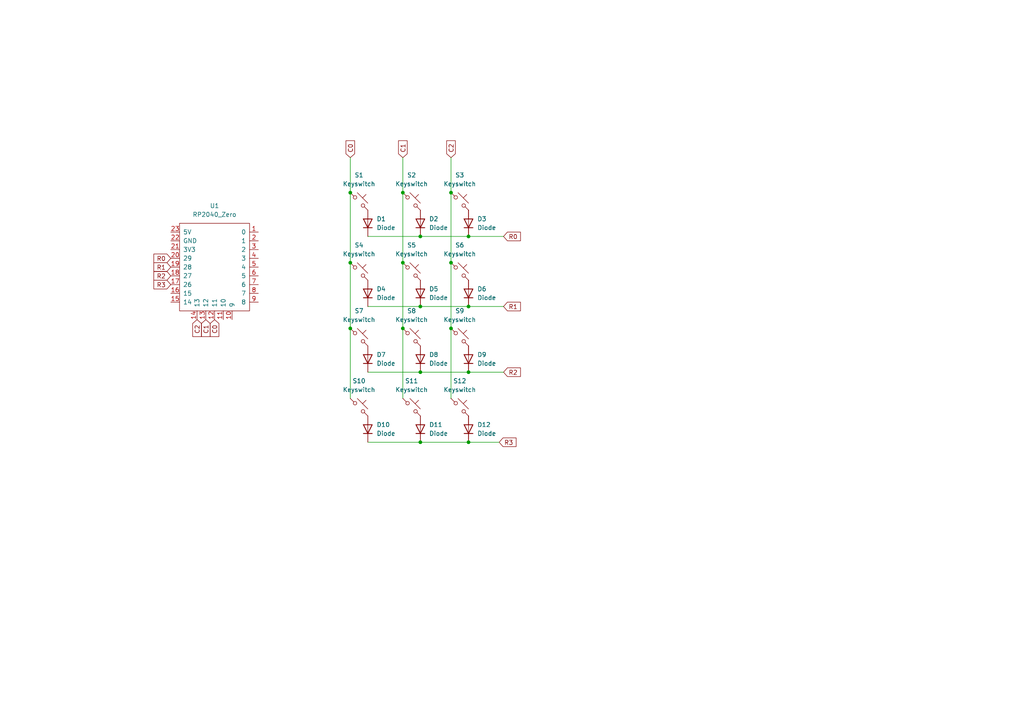
<source format=kicad_sch>
(kicad_sch (version 20250114) (generator "eeschema") (generator_version "9.0")
  (paper "A4")
  (lib_symbols
    (symbol "ScottoKeebs:MCU_RP2040_Zero" (pin_names (offset 1.016))
      (property "Reference" "U" (at 0 15.24 0))
      (property "Value" "RP2040_Zero" (at 0 12.7 0))
      (symbol "MCU_RP2040_Zero_0_1"
        (rectangle (start -10.16 11.43) (end 10.16 -13.97))
      )
      (symbol "MCU_RP2040_Zero_1_1"
        (pin power_out line (at -12.7 8.89 0) (length 2.54) (name "5V") (number "23"))
        (pin power_out line (at -12.7 6.35 0) (length 2.54) (name "GND") (number "22"))
        (pin power_out line (at -12.7 3.81 0) (length 2.54) (name "3V3") (number "21"))
        (pin bidirectional line (at -12.7 1.27 0) (length 2.54) (name "29") (number "20"))
        (pin bidirectional line (at -12.7 -1.27 0) (length 2.54) (name "28") (number "19"))
        (pin bidirectional line (at -12.7 -3.81 0) (length 2.54) (name "27") (number "18"))
        (pin bidirectional line (at -12.7 -6.35 0) (length 2.54) (name "26") (number "17"))
        (pin bidirectional line (at -12.7 -8.89 0) (length 2.54) (name "15") (number "16"))
        (pin bidirectional line (at -12.7 -11.43 0) (length 2.54) (name "14") (number "15"))
        (pin bidirectional line (at -5.08 -16.51 90) (length 2.54) (name "13") (number "14"))
        (pin bidirectional line (at -2.54 -16.51 90) (length 2.54) (name "12") (number "13"))
        (pin bidirectional line (at 0 -16.51 90) (length 2.54) (name "11") (number "12"))
        (pin bidirectional line (at 2.54 -16.51 90) (length 2.54) (name "10") (number "11"))
        (pin bidirectional line (at 5.08 -16.51 90) (length 2.54) (name "9") (number "10"))
        (pin bidirectional line (at 12.7 8.89 180) (length 2.54) (name "0") (number "1"))
        (pin bidirectional line (at 12.7 6.35 180) (length 2.54) (name "1") (number "2"))
        (pin bidirectional line (at 12.7 3.81 180) (length 2.54) (name "2") (number "3"))
        (pin bidirectional line (at 12.7 1.27 180) (length 2.54) (name "3") (number "4"))
        (pin bidirectional line (at 12.7 -1.27 180) (length 2.54) (name "4") (number "5"))
        (pin bidirectional line (at 12.7 -3.81 180) (length 2.54) (name "5") (number "6"))
        (pin bidirectional line (at 12.7 -6.35 180) (length 2.54) (name "6") (number "7"))
        (pin bidirectional line (at 12.7 -8.89 180) (length 2.54) (name "7") (number "8"))
        (pin bidirectional line (at 12.7 -11.43 180) (length 2.54) (name "8") (number "9"))
      )
    )
    (symbol "ScottoKeebs:Placeholder_Diode" (pin_numbers (hide yes)) (pin_names (hide yes))
      (property "Reference" "D" (at 0 2.54 0))
      (property "Value" "Diode" (at 0 -2.54 0))
      (symbol "Placeholder_Diode_0_1"
        (polyline (pts (xy -1.27 1.27) (xy -1.27 -1.27)) (stroke (width 0.254)))
        (polyline (pts (xy 1.27 1.27) (xy 1.27 -1.27) (xy -1.27 0) (xy 1.27 1.27)) (stroke (width 0.254)))
        (polyline (pts (xy 1.27 0) (xy -1.27 0)))
      )
      (symbol "Placeholder_Diode_1_1"
        (pin passive line (at -3.81 0 0) (length 2.54) (name "K") (number "1"))
        (pin passive line (at 3.81 0 180) (length 2.54) (name "A") (number "2"))
      )
    )
    (symbol "ScottoKeebs:Placeholder_Keyswitch" (pin_numbers (hide yes)) (pin_names (offset 1.016) (hide yes))
      (property "Reference" "S" (at 3.048 1.016 0))
      (property "Value" "Keyswitch" (at 0 -3.81 0))
      (symbol "Placeholder_Keyswitch_0_1"
        (polyline (pts (xy -2.54 2.54) (xy -1.524 1.524) (xy -1.524 1.524)))
        (circle (center -1.1684 1.1684) (radius 0.508))
        (polyline (pts (xy -0.508 2.54) (xy 2.54 -0.508)))
        (polyline (pts (xy 1.016 1.016) (xy 2.032 2.032)))
        (circle (center 1.143 -1.1938) (radius 0.508))
        (polyline (pts (xy 1.524 -1.524) (xy 2.54 -2.54) (xy 2.54 -2.54) (xy 2.54 -2.54)))
        (pin passive line (at -2.54 2.54 0) (length 0) (name "1") (number "1"))
        (pin passive line (at 2.54 -2.54 180) (length 0) (name "2") (number "2"))
      )
    )
  )
  (junction (at 130.81 55.88))
  (junction (at 101.6 76.2))
  (junction (at 121.92 128.27))
  (junction (at 101.6 95.25))
  (junction (at 130.81 76.2))
  (junction (at 116.84 95.25))
  (junction (at 130.81 95.25))
  (junction (at 135.89 128.27))
  (junction (at 116.84 55.88))
  (junction (at 121.92 68.58))
  (junction (at 121.92 88.9))
  (junction (at 135.89 88.9))
  (junction (at 116.84 76.2))
  (junction (at 135.89 68.58))
  (junction (at 101.6 55.88))
  (junction (at 135.89 107.95))
  (junction (at 121.92 107.95))
  (wire (pts (xy 101.6 76.2) (xy 101.6 95.25)))
  (wire (pts (xy 130.81 76.2) (xy 130.81 95.25)))
  (wire (pts (xy 116.84 45.72) (xy 116.84 55.88)))
  (wire (pts (xy 144.78 128.27) (xy 135.89 128.27)))
  (wire (pts (xy 106.68 68.58) (xy 121.92 68.58)))
  (wire (pts (xy 130.81 45.72) (xy 130.81 55.88)))
  (wire (pts (xy 116.84 55.88) (xy 116.84 76.2)))
  (wire (pts (xy 116.84 95.25) (xy 116.84 115.57)))
  (wire (pts (xy 116.84 76.2) (xy 116.84 95.25)))
  (wire (pts (xy 101.6 95.25) (xy 101.6 115.57)))
  (wire (pts (xy 130.81 55.88) (xy 130.81 76.2)))
  (wire (pts (xy 146.05 88.9) (xy 135.89 88.9)))
  (wire (pts (xy 101.6 45.72) (xy 101.6 55.88)))
  (wire (pts (xy 121.92 68.58) (xy 135.89 68.58)))
  (wire (pts (xy 130.81 95.25) (xy 130.81 115.57)))
  (wire (pts (xy 121.92 128.27) (xy 135.89 128.27)))
  (wire (pts (xy 106.68 107.95) (xy 121.92 107.95)))
  (wire (pts (xy 146.05 68.58) (xy 135.89 68.58)))
  (wire (pts (xy 106.68 128.27) (xy 121.92 128.27)))
  (wire (pts (xy 121.92 88.9) (xy 135.89 88.9)))
  (wire (pts (xy 106.68 88.9) (xy 121.92 88.9)))
  (wire (pts (xy 146.05 107.95) (xy 135.89 107.95)))
  (wire (pts (xy 121.92 107.95) (xy 135.89 107.95)))
  (wire (pts (xy 101.6 55.88) (xy 101.6 76.2)))
  (global_label "C2" (shape input) (at 57.15 92.71 270) (property "Intersheetrefs" "${INTERSHEET_REFS}" (effects (hide yes))))
  (global_label "R0" (shape input) (at 49.53 74.93 180) (property "Intersheetrefs" "${INTERSHEET_REFS}" (effects (hide yes))))
  (global_label "R2" (shape input) (at 146.05 107.95 0) (property "Intersheetrefs" "${INTERSHEET_REFS}" (effects (hide yes))))
  (global_label "C1" (shape input) (at 116.84 45.72 90) (property "Intersheetrefs" "${INTERSHEET_REFS}" (effects (hide yes))))
  (global_label "R0" (shape input) (at 146.05 68.58 0) (property "Intersheetrefs" "${INTERSHEET_REFS}" (effects (hide yes))))
  (global_label "C2" (shape input) (at 130.81 45.72 90) (property "Intersheetrefs" "${INTERSHEET_REFS}" (effects (hide yes))))
  (global_label "C0" (shape input) (at 101.6 45.72 90) (property "Intersheetrefs" "${INTERSHEET_REFS}" (effects (hide yes))))
  (global_label "C1" (shape input) (at 59.69 92.71 270) (property "Intersheetrefs" "${INTERSHEET_REFS}" (effects (hide yes))))
  (global_label "R1" (shape input) (at 146.05 88.9 0) (property "Intersheetrefs" "${INTERSHEET_REFS}" (effects (hide yes))))
  (global_label "C0" (shape input) (at 62.23 92.71 270) (property "Intersheetrefs" "${INTERSHEET_REFS}" (effects (hide yes))))
  (global_label "R3" (shape input) (at 144.78 128.27 0) (property "Intersheetrefs" "${INTERSHEET_REFS}" (effects (hide yes))))
  (global_label "R1" (shape input) (at 49.53 77.47 180) (property "Intersheetrefs" "${INTERSHEET_REFS}" (effects (hide yes))))
  (global_label "R2" (shape input) (at 49.53 80.01 180) (property "Intersheetrefs" "${INTERSHEET_REFS}" (effects (hide yes))))
  (global_label "R3" (shape input) (at 49.53 82.55 180) (property "Intersheetrefs" "${INTERSHEET_REFS}" (effects (hide yes))))
  (symbol (lib_id "ScottoKeebs:Placeholder_Diode") (at 121.92 64.77 90) (unit 1)
    (property "Reference" "D2" (at 124.46 63.4999 90) (effects (justify right)))
    (property "Value" "Diode" (at 124.46 66.0399 90) (effects (justify right)))
    (property "Footprint" "ScottoKeebs_Components:Diode_DO-35" (effects (hide yes)))
    (property "Description" "1N4148 (DO-35) or 1N4148W (SOD-123)" (effects (hide yes)))
    (property "Sim.Device" "D" (effects (hide yes)))
    (property "Sim.Pins" "1=K 2=A" (effects (hide yes)))
  )
  (symbol (lib_id "ScottoKeebs:Placeholder_Keyswitch") (at 104.14 97.79 0) (unit 1)
    (property "Reference" "S7" (at 104.14 90.17 0))
    (property "Value" "Keyswitch" (at 104.14 92.71 0))
    (property "Footprint" "ScottoKeebs_MX:MX_PCB_1.00u" (effects (hide yes)))
    (property "Description" "Push button switch, normally open, two pins, 45° tilted" (effects (hide yes)))
  )
  (symbol (lib_id "ScottoKeebs:Placeholder_Diode") (at 135.89 104.14 90) (unit 1)
    (property "Reference" "D9" (at 138.43 102.8699 90) (effects (justify right)))
    (property "Value" "Diode" (at 138.43 105.4099 90) (effects (justify right)))
    (property "Footprint" "ScottoKeebs_Components:Diode_DO-35" (effects (hide yes)))
    (property "Description" "1N4148 (DO-35) or 1N4148W (SOD-123)" (effects (hide yes)))
    (property "Sim.Device" "D" (effects (hide yes)))
    (property "Sim.Pins" "1=K 2=A" (effects (hide yes)))
  )
  (symbol (lib_id "ScottoKeebs:Placeholder_Keyswitch") (at 133.35 58.42 0) (unit 1)
    (property "Reference" "S3" (at 133.35 50.8 0))
    (property "Value" "Keyswitch" (at 133.35 53.34 0))
    (property "Footprint" "ScottoKeebs_MX:MX_PCB_1.00u" (effects (hide yes)))
    (property "Description" "Push button switch, normally open, two pins, 45° tilted" (effects (hide yes)))
  )
  (symbol (lib_id "ScottoKeebs:Placeholder_Keyswitch") (at 119.38 78.74 0) (unit 1)
    (property "Reference" "S5" (at 119.38 71.12 0))
    (property "Value" "Keyswitch" (at 119.38 73.66 0))
    (property "Footprint" "ScottoKeebs_MX:MX_PCB_1.00u" (effects (hide yes)))
    (property "Description" "Push button switch, normally open, two pins, 45° tilted" (effects (hide yes)))
  )
  (symbol (lib_id "ScottoKeebs:Placeholder_Keyswitch") (at 119.38 58.42 0) (unit 1)
    (property "Reference" "S2" (at 119.38 50.8 0))
    (property "Value" "Keyswitch" (at 119.38 53.34 0))
    (property "Footprint" "ScottoKeebs_MX:MX_PCB_1.00u" (effects (hide yes)))
    (property "Description" "Push button switch, normally open, two pins, 45° tilted" (effects (hide yes)))
  )
  (symbol (lib_id "ScottoKeebs:Placeholder_Diode") (at 106.68 64.77 90) (unit 1)
    (property "Reference" "D1" (at 109.22 63.4999 90) (effects (justify right)))
    (property "Value" "Diode" (at 109.22 66.0399 90) (effects (justify right)))
    (property "Footprint" "ScottoKeebs_Components:Diode_DO-35" (effects (hide yes)))
    (property "Description" "1N4148 (DO-35) or 1N4148W (SOD-123)" (effects (hide yes)))
    (property "Sim.Device" "D" (effects (hide yes)))
    (property "Sim.Pins" "1=K 2=A" (effects (hide yes)))
  )
  (symbol (lib_id "ScottoKeebs:Placeholder_Keyswitch") (at 104.14 78.74 0) (unit 1)
    (property "Reference" "S4" (at 104.14 71.12 0))
    (property "Value" "Keyswitch" (at 104.14 73.66 0))
    (property "Footprint" "ScottoKeebs_MX:MX_PCB_1.00u" (effects (hide yes)))
    (property "Description" "Push button switch, normally open, two pins, 45° tilted" (effects (hide yes)))
  )
  (symbol (lib_id "ScottoKeebs:Placeholder_Diode") (at 121.92 104.14 90) (unit 1)
    (property "Reference" "D8" (at 124.46 102.8699 90) (effects (justify right)))
    (property "Value" "Diode" (at 124.46 105.4099 90) (effects (justify right)))
    (property "Footprint" "ScottoKeebs_Components:Diode_DO-35" (effects (hide yes)))
    (property "Description" "1N4148 (DO-35) or 1N4148W (SOD-123)" (effects (hide yes)))
    (property "Sim.Device" "D" (effects (hide yes)))
    (property "Sim.Pins" "1=K 2=A" (effects (hide yes)))
  )
  (symbol (lib_id "ScottoKeebs:Placeholder_Keyswitch") (at 133.35 118.11 0) (unit 1)
    (property "Reference" "S12" (at 133.35 110.49 0))
    (property "Value" "Keyswitch" (at 133.35 113.03 0))
    (property "Footprint" "ScottoKeebs_MX:MX_PCB_1.00u" (effects (hide yes)))
    (property "Description" "Push button switch, normally open, two pins, 45° tilted" (effects (hide yes)))
  )
  (symbol (lib_id "ScottoKeebs:Placeholder_Diode") (at 121.92 85.09 90) (unit 1)
    (property "Reference" "D5" (at 124.46 83.8199 90) (effects (justify right)))
    (property "Value" "Diode" (at 124.46 86.3599 90) (effects (justify right)))
    (property "Footprint" "ScottoKeebs_Components:Diode_DO-35" (effects (hide yes)))
    (property "Description" "1N4148 (DO-35) or 1N4148W (SOD-123)" (effects (hide yes)))
    (property "Sim.Device" "D" (effects (hide yes)))
    (property "Sim.Pins" "1=K 2=A" (effects (hide yes)))
  )
  (symbol (lib_id "ScottoKeebs:Placeholder_Keyswitch") (at 119.38 118.11 0) (unit 1)
    (property "Reference" "S11" (at 119.38 110.49 0))
    (property "Value" "Keyswitch" (at 119.38 113.03 0))
    (property "Footprint" "ScottoKeebs_MX:MX_PCB_1.00u" (effects (hide yes)))
    (property "Description" "Push button switch, normally open, two pins, 45° tilted" (effects (hide yes)))
  )
  (symbol (lib_id "ScottoKeebs:Placeholder_Keyswitch") (at 133.35 78.74 0) (unit 1)
    (property "Reference" "S6" (at 133.35 71.12 0))
    (property "Value" "Keyswitch" (at 133.35 73.66 0))
    (property "Footprint" "ScottoKeebs_MX:MX_PCB_1.00u" (effects (hide yes)))
    (property "Description" "Push button switch, normally open, two pins, 45° tilted" (effects (hide yes)))
  )
  (symbol (lib_id "ScottoKeebs:Placeholder_Keyswitch") (at 104.14 58.42 0) (unit 1)
    (property "Reference" "S1" (at 104.14 50.8 0))
    (property "Value" "Keyswitch" (at 104.14 53.34 0))
    (property "Footprint" "ScottoKeebs_MX:MX_PCB_1.00u" (effects (hide yes)))
    (property "Description" "Push button switch, normally open, two pins, 45° tilted" (effects (hide yes)))
  )
  (symbol (lib_id "ScottoKeebs:Placeholder_Diode") (at 135.89 85.09 90) (unit 1)
    (property "Reference" "D6" (at 138.43 83.8199 90) (effects (justify right)))
    (property "Value" "Diode" (at 138.43 86.3599 90) (effects (justify right)))
    (property "Footprint" "ScottoKeebs_Components:Diode_DO-35" (effects (hide yes)))
    (property "Description" "1N4148 (DO-35) or 1N4148W (SOD-123)" (effects (hide yes)))
    (property "Sim.Device" "D" (effects (hide yes)))
    (property "Sim.Pins" "1=K 2=A" (effects (hide yes)))
  )
  (symbol (lib_id "ScottoKeebs:Placeholder_Diode") (at 135.89 124.46 90) (unit 1)
    (property "Reference" "D12" (at 138.43 123.1899 90) (effects (justify right)))
    (property "Value" "Diode" (at 138.43 125.7299 90) (effects (justify right)))
    (property "Footprint" "ScottoKeebs_Components:Diode_DO-35" (effects (hide yes)))
    (property "Description" "1N4148 (DO-35) or 1N4148W (SOD-123)" (effects (hide yes)))
    (property "Sim.Device" "D" (effects (hide yes)))
    (property "Sim.Pins" "1=K 2=A" (effects (hide yes)))
  )
  (symbol (lib_id "ScottoKeebs:Placeholder_Diode") (at 121.92 124.46 90) (unit 1)
    (property "Reference" "D11" (at 124.46 123.1899 90) (effects (justify right)))
    (property "Value" "Diode" (at 124.46 125.7299 90) (effects (justify right)))
    (property "Footprint" "ScottoKeebs_Components:Diode_DO-35" (effects (hide yes)))
    (property "Description" "1N4148 (DO-35) or 1N4148W (SOD-123)" (effects (hide yes)))
    (property "Sim.Device" "D" (effects (hide yes)))
    (property "Sim.Pins" "1=K 2=A" (effects (hide yes)))
  )
  (symbol (lib_id "ScottoKeebs:Placeholder_Diode") (at 106.68 104.14 90) (unit 1)
    (property "Reference" "D7" (at 109.22 102.8699 90) (effects (justify right)))
    (property "Value" "Diode" (at 109.22 105.4099 90) (effects (justify right)))
    (property "Footprint" "ScottoKeebs_Components:Diode_DO-35" (effects (hide yes)))
    (property "Description" "1N4148 (DO-35) or 1N4148W (SOD-123)" (effects (hide yes)))
    (property "Sim.Device" "D" (effects (hide yes)))
    (property "Sim.Pins" "1=K 2=A" (effects (hide yes)))
  )
  (symbol (lib_id "ScottoKeebs:Placeholder_Keyswitch") (at 104.14 118.11 0) (unit 1)
    (property "Reference" "S10" (at 104.14 110.49 0))
    (property "Value" "Keyswitch" (at 104.14 113.03 0))
    (property "Footprint" "ScottoKeebs_MX:MX_PCB_1.00u" (effects (hide yes)))
    (property "Description" "Push button switch, normally open, two pins, 45° tilted" (effects (hide yes)))
  )
  (symbol (lib_id "ScottoKeebs:MCU_RP2040_Zero") (at 62.23 76.2 0) (unit 1)
    (property "Reference" "U1" (at 62.23 59.69 0))
    (property "Value" "RP2040_Zero" (at 62.23 62.23 0))
    (property "Footprint" "ScottoKeebs_MCU:RP2040_Zero" (effects (hide yes)))
  )
  (symbol (lib_id "ScottoKeebs:Placeholder_Diode") (at 135.89 64.77 90) (unit 1)
    (property "Reference" "D3" (at 138.43 63.4999 90) (effects (justify right)))
    (property "Value" "Diode" (at 138.43 66.0399 90) (effects (justify right)))
    (property "Footprint" "ScottoKeebs_Components:Diode_DO-35" (effects (hide yes)))
    (property "Description" "1N4148 (DO-35) or 1N4148W (SOD-123)" (effects (hide yes)))
    (property "Sim.Device" "D" (effects (hide yes)))
    (property "Sim.Pins" "1=K 2=A" (effects (hide yes)))
  )
  (symbol (lib_id "ScottoKeebs:Placeholder_Keyswitch") (at 133.35 97.79 0) (unit 1)
    (property "Reference" "S9" (at 133.35 90.17 0))
    (property "Value" "Keyswitch" (at 133.35 92.71 0))
    (property "Footprint" "ScottoKeebs_MX:MX_PCB_1.00u" (effects (hide yes)))
    (property "Description" "Push button switch, normally open, two pins, 45° tilted" (effects (hide yes)))
  )
  (symbol (lib_id "ScottoKeebs:Placeholder_Diode") (at 106.68 124.46 90) (unit 1)
    (property "Reference" "D10" (at 109.22 123.1899 90) (effects (justify right)))
    (property "Value" "Diode" (at 109.22 125.7299 90) (effects (justify right)))
    (property "Footprint" "ScottoKeebs_Components:Diode_DO-35" (effects (hide yes)))
    (property "Description" "1N4148 (DO-35) or 1N4148W (SOD-123)" (effects (hide yes)))
    (property "Sim.Device" "D" (effects (hide yes)))
    (property "Sim.Pins" "1=K 2=A" (effects (hide yes)))
  )
  (symbol (lib_id "ScottoKeebs:Placeholder_Keyswitch") (at 119.38 97.79 0) (unit 1)
    (property "Reference" "S8" (at 119.38 90.17 0))
    (property "Value" "Keyswitch" (at 119.38 92.71 0))
    (property "Footprint" "ScottoKeebs_MX:MX_PCB_1.00u" (effects (hide yes)))
    (property "Description" "Push button switch, normally open, two pins, 45° tilted" (effects (hide yes)))
  )
  (symbol (lib_id "ScottoKeebs:Placeholder_Diode") (at 106.68 85.09 90) (unit 1)
    (property "Reference" "D4" (at 109.22 83.8199 90) (effects (justify right)))
    (property "Value" "Diode" (at 109.22 86.3599 90) (effects (justify right)))
    (property "Footprint" "ScottoKeebs_Components:Diode_DO-35" (effects (hide yes)))
    (property "Description" "1N4148 (DO-35) or 1N4148W (SOD-123)" (effects (hide yes)))
    (property "Sim.Device" "D" (effects (hide yes)))
    (property "Sim.Pins" "1=K 2=A" (effects (hide yes)))
  )
)
</source>
